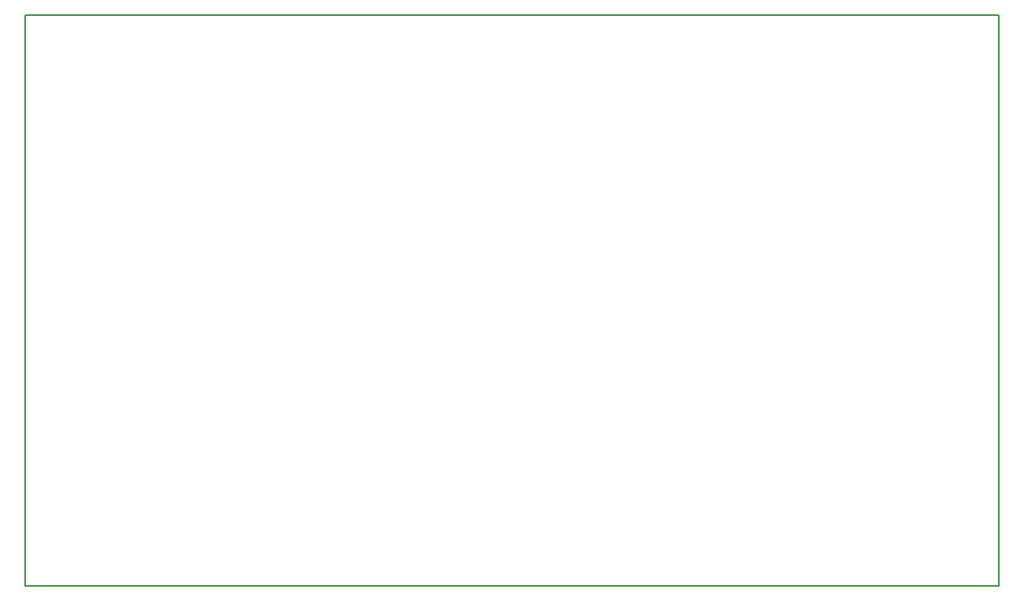
<source format=gbo>
G04 MADE WITH FRITZING*
G04 WWW.FRITZING.ORG*
G04 DOUBLE SIDED*
G04 HOLES PLATED*
G04 CONTOUR ON CENTER OF CONTOUR VECTOR*
%ASAXBY*%
%FSLAX23Y23*%
%MOIN*%
%OFA0B0*%
%SFA1.0B1.0*%
%ADD10R,3.871870X2.274760X3.855870X2.258760*%
%ADD11C,0.008000*%
%LNSILK0*%
G90*
G70*
G54D11*
X4Y2271D02*
X3868Y2271D01*
X3868Y4D01*
X4Y4D01*
X4Y2271D01*
D02*
G04 End of Silk0*
M02*
</source>
